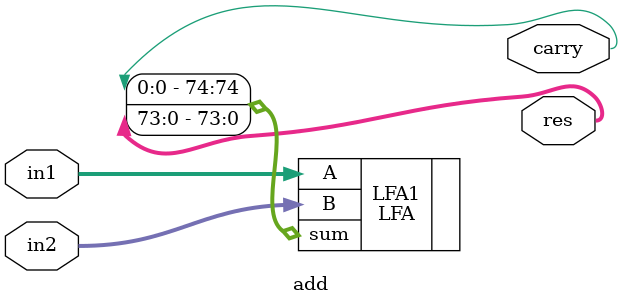
<source format=sv>
module add #(parameter width = 74) (
    input logic [width - 1:0] in1, in2,             // Inputs
    output logic [width - 1:0] res,                 // Result
    output logic carry                              // Carry
);
    LFA #(.width(width)) LFA1(.A(in1), .B(in2), .sum({carry, res}));

    //assign {carry, res} = in1 + in2;                // Behavioral prefered because of latency and parametrization
endmodule

</source>
